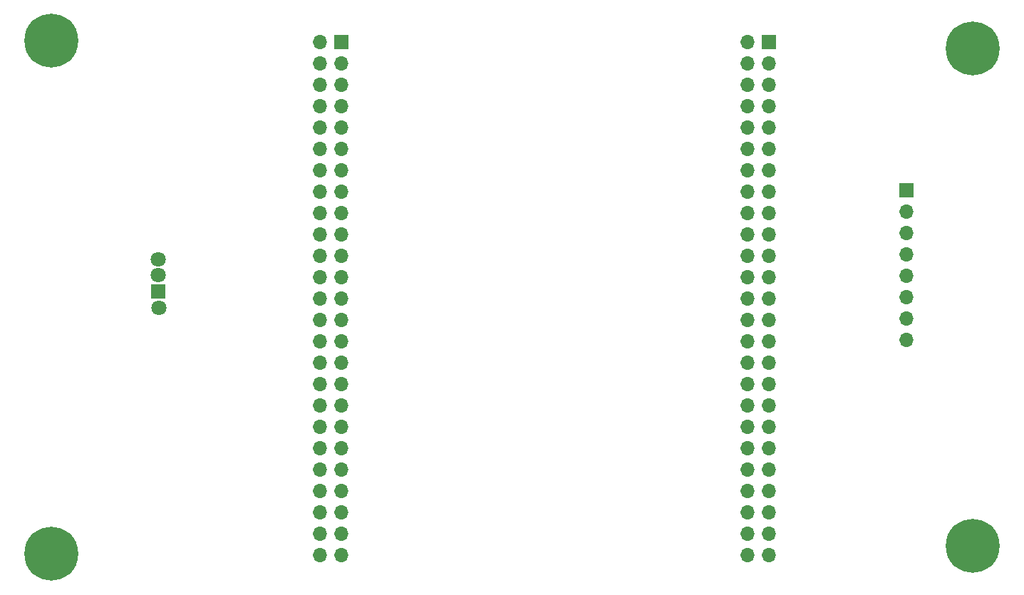
<source format=gbr>
%TF.GenerationSoftware,KiCad,Pcbnew,7.0.2*%
%TF.CreationDate,2023-05-29T16:26:06-06:00*%
%TF.ProjectId,PCB_Design,5043425f-4465-4736-9967-6e2e6b696361,rev?*%
%TF.SameCoordinates,Original*%
%TF.FileFunction,Soldermask,Bot*%
%TF.FilePolarity,Negative*%
%FSLAX46Y46*%
G04 Gerber Fmt 4.6, Leading zero omitted, Abs format (unit mm)*
G04 Created by KiCad (PCBNEW 7.0.2) date 2023-05-29 16:26:06*
%MOMM*%
%LPD*%
G01*
G04 APERTURE LIST*
%ADD10R,1.700000X1.700000*%
%ADD11O,1.700000X1.700000*%
%ADD12C,6.400000*%
%ADD13R,1.800000X1.800000*%
%ADD14C,1.800000*%
G04 APERTURE END LIST*
D10*
%TO.C,J2*%
X161452400Y-42036200D03*
D11*
X158912400Y-42036200D03*
X161452400Y-44576200D03*
X158912400Y-44576200D03*
X161452400Y-47116200D03*
X158912400Y-47116200D03*
X161452400Y-49656200D03*
X158912400Y-49656200D03*
X161452400Y-52196200D03*
X158912400Y-52196200D03*
X161452400Y-54736200D03*
X158912400Y-54736200D03*
X161452400Y-57276200D03*
X158912400Y-57276200D03*
X161452400Y-59816200D03*
X158912400Y-59816200D03*
X161452400Y-62356200D03*
X158912400Y-62356200D03*
X161452400Y-64896200D03*
X158912400Y-64896200D03*
X161452400Y-67436200D03*
X158912400Y-67436200D03*
X161452400Y-69976200D03*
X158912400Y-69976200D03*
X161452400Y-72516200D03*
X158912400Y-72516200D03*
X161452400Y-75056200D03*
X158912400Y-75056200D03*
X161452400Y-77596200D03*
X158912400Y-77596200D03*
X161452400Y-80136200D03*
X158912400Y-80136200D03*
X161452400Y-82676200D03*
X158912400Y-82676200D03*
X161452400Y-85216200D03*
X158912400Y-85216200D03*
X161452400Y-87756200D03*
X158912400Y-87756200D03*
X161452400Y-90296200D03*
X158912400Y-90296200D03*
X161452400Y-92836200D03*
X158912400Y-92836200D03*
X161452400Y-95376200D03*
X158912400Y-95376200D03*
X161452400Y-97916200D03*
X158912400Y-97916200D03*
X161452400Y-100456200D03*
X158912400Y-100456200D03*
X161452400Y-102996200D03*
X158912400Y-102996200D03*
%TD*%
D12*
%TO.C,H3*%
X185699400Y-101879400D03*
%TD*%
D10*
%TO.C,J1*%
X110662400Y-42016200D03*
D11*
X108122400Y-42016200D03*
X110662400Y-44556200D03*
X108122400Y-44556200D03*
X110662400Y-47096200D03*
X108122400Y-47096200D03*
X110662400Y-49636200D03*
X108122400Y-49636200D03*
X110662400Y-52176200D03*
X108122400Y-52176200D03*
X110662400Y-54716200D03*
X108122400Y-54716200D03*
X110662400Y-57256200D03*
X108122400Y-57256200D03*
X110662400Y-59796200D03*
X108122400Y-59796200D03*
X110662400Y-62336200D03*
X108122400Y-62336200D03*
X110662400Y-64876200D03*
X108122400Y-64876200D03*
X110662400Y-67416200D03*
X108122400Y-67416200D03*
X110662400Y-69956200D03*
X108122400Y-69956200D03*
X110662400Y-72496200D03*
X108122400Y-72496200D03*
X110662400Y-75036200D03*
X108122400Y-75036200D03*
X110662400Y-77576200D03*
X108122400Y-77576200D03*
X110662400Y-80116200D03*
X108122400Y-80116200D03*
X110662400Y-82656200D03*
X108122400Y-82656200D03*
X110662400Y-85196200D03*
X108122400Y-85196200D03*
X110662400Y-87736200D03*
X108122400Y-87736200D03*
X110662400Y-90276200D03*
X108122400Y-90276200D03*
X110662400Y-92816200D03*
X108122400Y-92816200D03*
X110662400Y-95356200D03*
X108122400Y-95356200D03*
X110662400Y-97896200D03*
X108122400Y-97896200D03*
X110662400Y-100436200D03*
X108122400Y-100436200D03*
X110662400Y-102976200D03*
X108122400Y-102976200D03*
%TD*%
D13*
%TO.C,RGB_LED*%
X88918969Y-71724712D03*
D14*
X88900000Y-67911878D03*
X88900000Y-69770872D03*
X88956907Y-73602675D03*
%TD*%
D12*
%TO.C,H4*%
X76200000Y-102870000D03*
%TD*%
%TO.C,H1*%
X76200000Y-41910000D03*
%TD*%
D10*
%TO.C,RC522*%
X177800000Y-59690000D03*
D11*
X177800000Y-62230000D03*
X177800000Y-64770000D03*
X177800000Y-67310000D03*
X177800000Y-69850000D03*
X177800000Y-72390000D03*
X177800000Y-74930000D03*
X177800000Y-77470000D03*
%TD*%
D12*
%TO.C,H2*%
X185699400Y-42824400D03*
%TD*%
M02*

</source>
